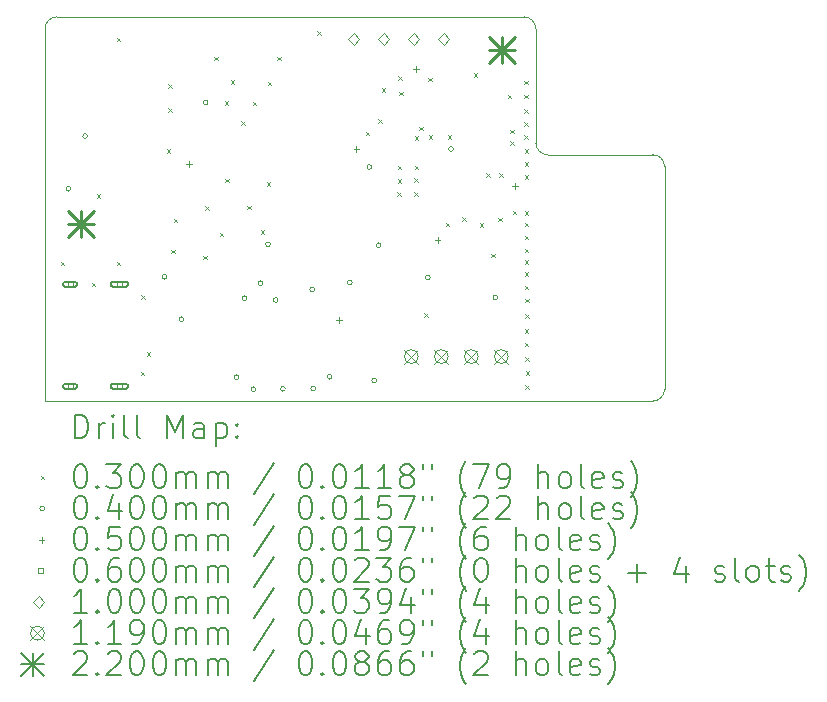
<source format=gbr>
%FSLAX45Y45*%
G04 Gerber Fmt 4.5, Leading zero omitted, Abs format (unit mm)*
G04 Created by KiCad (PCBNEW (6.0.1)) date 2023-03-02 19:10:51*
%MOMM*%
%LPD*%
G01*
G04 APERTURE LIST*
%TA.AperFunction,Profile*%
%ADD10C,0.100000*%
%TD*%
%ADD11C,0.200000*%
%ADD12C,0.030000*%
%ADD13C,0.040000*%
%ADD14C,0.050000*%
%ADD15C,0.060000*%
%ADD16C,0.100000*%
%ADD17C,0.119000*%
%ADD18C,0.220000*%
G04 APERTURE END LIST*
D10*
X12732711Y-8136000D02*
G75*
G03*
X12632711Y-8236000I0J-100000D01*
G01*
X16787000Y-9203000D02*
X16786000Y-8236000D01*
X17777000Y-11390000D02*
X12632500Y-11390000D01*
X12632500Y-11390000D02*
X12632711Y-8236000D01*
X17877000Y-11290000D02*
X17877000Y-9403000D01*
X12732711Y-8136000D02*
X16685000Y-8136000D01*
X17877000Y-9403000D02*
G75*
G03*
X17777000Y-9303000I-100000J0D01*
G01*
X17777000Y-11390000D02*
G75*
G03*
X17877000Y-11290000I0J100000D01*
G01*
X17777000Y-9303000D02*
X16887000Y-9303000D01*
X16787000Y-9203000D02*
G75*
G03*
X16887000Y-9303000I100000J0D01*
G01*
X16786000Y-8236000D02*
G75*
G03*
X16685000Y-8136000I-100005J0D01*
G01*
D11*
D12*
X12764000Y-10210000D02*
X12794000Y-10240000D01*
X12794000Y-10210000D02*
X12764000Y-10240000D01*
X13026000Y-10387000D02*
X13056000Y-10417000D01*
X13056000Y-10387000D02*
X13026000Y-10417000D01*
X13070000Y-9639450D02*
X13100000Y-9669450D01*
X13100000Y-9639450D02*
X13070000Y-9669450D01*
X13238000Y-8312000D02*
X13268000Y-8342000D01*
X13268000Y-8312000D02*
X13238000Y-8342000D01*
X13239000Y-10210000D02*
X13269000Y-10240000D01*
X13269000Y-10210000D02*
X13239000Y-10240000D01*
X13442000Y-11142000D02*
X13472000Y-11172000D01*
X13472000Y-11142000D02*
X13442000Y-11172000D01*
X13448000Y-10492000D02*
X13478000Y-10522000D01*
X13478000Y-10492000D02*
X13448000Y-10522000D01*
X13494000Y-10974000D02*
X13524000Y-11004000D01*
X13524000Y-10974000D02*
X13494000Y-11004000D01*
X13661000Y-9256000D02*
X13691000Y-9286000D01*
X13691000Y-9256000D02*
X13661000Y-9286000D01*
X13677000Y-8706000D02*
X13707000Y-8736000D01*
X13707000Y-8706000D02*
X13677000Y-8736000D01*
X13677000Y-8908000D02*
X13707000Y-8938000D01*
X13707000Y-8908000D02*
X13677000Y-8938000D01*
X13700000Y-10109450D02*
X13730000Y-10139450D01*
X13730000Y-10109450D02*
X13700000Y-10139450D01*
X13722000Y-9847000D02*
X13752000Y-9877000D01*
X13752000Y-9847000D02*
X13722000Y-9877000D01*
X13970000Y-10159000D02*
X14000000Y-10189000D01*
X14000000Y-10159000D02*
X13970000Y-10189000D01*
X13989000Y-9740000D02*
X14019000Y-9770000D01*
X14019000Y-9740000D02*
X13989000Y-9770000D01*
X14064000Y-8475000D02*
X14094000Y-8505000D01*
X14094000Y-8475000D02*
X14064000Y-8505000D01*
X14110000Y-9964000D02*
X14140000Y-9994000D01*
X14140000Y-9964000D02*
X14110000Y-9994000D01*
X14152000Y-8853000D02*
X14182000Y-8883000D01*
X14182000Y-8853000D02*
X14152000Y-8883000D01*
X14159000Y-9506000D02*
X14189000Y-9536000D01*
X14189000Y-9506000D02*
X14159000Y-9536000D01*
X14206000Y-8673000D02*
X14236000Y-8703000D01*
X14236000Y-8673000D02*
X14206000Y-8703000D01*
X14293000Y-9020000D02*
X14323000Y-9050000D01*
X14323000Y-9020000D02*
X14293000Y-9050000D01*
X14343000Y-9734000D02*
X14373000Y-9764000D01*
X14373000Y-9734000D02*
X14343000Y-9764000D01*
X14390000Y-8854000D02*
X14420000Y-8884000D01*
X14420000Y-8854000D02*
X14390000Y-8884000D01*
X14458000Y-9945000D02*
X14488000Y-9975000D01*
X14488000Y-9945000D02*
X14458000Y-9975000D01*
X14509000Y-9537000D02*
X14539000Y-9567000D01*
X14539000Y-9537000D02*
X14509000Y-9567000D01*
X14519000Y-8687000D02*
X14549000Y-8717000D01*
X14549000Y-8687000D02*
X14519000Y-8717000D01*
X14600000Y-8475000D02*
X14630000Y-8505000D01*
X14630000Y-8475000D02*
X14600000Y-8505000D01*
X14936000Y-8256000D02*
X14966000Y-8286000D01*
X14966000Y-8256000D02*
X14936000Y-8286000D01*
X15349000Y-9108000D02*
X15379000Y-9138000D01*
X15379000Y-9108000D02*
X15349000Y-9138000D01*
X15455000Y-9002000D02*
X15485000Y-9032000D01*
X15485000Y-9002000D02*
X15455000Y-9032000D01*
X15481000Y-8739000D02*
X15511000Y-8769000D01*
X15511000Y-8739000D02*
X15481000Y-8769000D01*
X15615000Y-9623000D02*
X15645000Y-9653000D01*
X15645000Y-9623000D02*
X15615000Y-9653000D01*
X15619000Y-9395000D02*
X15649000Y-9425000D01*
X15649000Y-9395000D02*
X15619000Y-9425000D01*
X15619000Y-9511000D02*
X15649000Y-9541000D01*
X15649000Y-9511000D02*
X15619000Y-9541000D01*
X15621000Y-8637000D02*
X15651000Y-8667000D01*
X15651000Y-8637000D02*
X15621000Y-8667000D01*
X15630000Y-8770000D02*
X15660000Y-8800000D01*
X15660000Y-8770000D02*
X15630000Y-8800000D01*
X15756000Y-9622000D02*
X15786000Y-9652000D01*
X15786000Y-9622000D02*
X15756000Y-9652000D01*
X15760000Y-9504000D02*
X15790000Y-9534000D01*
X15790000Y-9504000D02*
X15760000Y-9534000D01*
X15761000Y-9147000D02*
X15791000Y-9177000D01*
X15791000Y-9147000D02*
X15761000Y-9177000D01*
X15761000Y-9397000D02*
X15791000Y-9427000D01*
X15791000Y-9397000D02*
X15761000Y-9427000D01*
X15799000Y-9065000D02*
X15829000Y-9095000D01*
X15829000Y-9065000D02*
X15799000Y-9095000D01*
X15844000Y-10645000D02*
X15874000Y-10675000D01*
X15874000Y-10645000D02*
X15844000Y-10675000D01*
X15875000Y-8653000D02*
X15905000Y-8683000D01*
X15905000Y-8653000D02*
X15875000Y-8683000D01*
X15882000Y-9137000D02*
X15912000Y-9167000D01*
X15912000Y-9137000D02*
X15882000Y-9167000D01*
X16023000Y-9879000D02*
X16053000Y-9909000D01*
X16053000Y-9879000D02*
X16023000Y-9909000D01*
X16042000Y-9138000D02*
X16072000Y-9168000D01*
X16072000Y-9138000D02*
X16042000Y-9168000D01*
X16163000Y-9833000D02*
X16193000Y-9863000D01*
X16193000Y-9833000D02*
X16163000Y-9863000D01*
X16261000Y-8616000D02*
X16291000Y-8646000D01*
X16291000Y-8616000D02*
X16261000Y-8646000D01*
X16314000Y-9885000D02*
X16344000Y-9915000D01*
X16344000Y-9885000D02*
X16314000Y-9915000D01*
X16367000Y-9459000D02*
X16397000Y-9489000D01*
X16397000Y-9459000D02*
X16367000Y-9489000D01*
X16409000Y-10143000D02*
X16439000Y-10173000D01*
X16439000Y-10143000D02*
X16409000Y-10173000D01*
X16467000Y-9839000D02*
X16497000Y-9869000D01*
X16497000Y-9839000D02*
X16467000Y-9869000D01*
X16478000Y-9459000D02*
X16508000Y-9489000D01*
X16508000Y-9459000D02*
X16478000Y-9489000D01*
X16548000Y-8794000D02*
X16578000Y-8824000D01*
X16578000Y-8794000D02*
X16548000Y-8824000D01*
X16569000Y-9093000D02*
X16599000Y-9123000D01*
X16599000Y-9093000D02*
X16569000Y-9123000D01*
X16570000Y-9189000D02*
X16600000Y-9219000D01*
X16600000Y-9189000D02*
X16570000Y-9219000D01*
X16591000Y-9777000D02*
X16621000Y-9807000D01*
X16621000Y-9777000D02*
X16591000Y-9807000D01*
X16687000Y-8676000D02*
X16717000Y-8706000D01*
X16717000Y-8676000D02*
X16687000Y-8706000D01*
X16688000Y-8919000D02*
X16718000Y-8949000D01*
X16718000Y-8919000D02*
X16688000Y-8949000D01*
X16690000Y-8795000D02*
X16720000Y-8825000D01*
X16720000Y-8795000D02*
X16690000Y-8825000D01*
X16690000Y-9030000D02*
X16720000Y-9060000D01*
X16720000Y-9030000D02*
X16690000Y-9060000D01*
X16691000Y-9139000D02*
X16721000Y-9169000D01*
X16721000Y-9139000D02*
X16691000Y-9169000D01*
X16692000Y-9479000D02*
X16722000Y-9509000D01*
X16722000Y-9479000D02*
X16692000Y-9509000D01*
X16692000Y-9781000D02*
X16722000Y-9811000D01*
X16722000Y-9781000D02*
X16692000Y-9811000D01*
X16692000Y-10099000D02*
X16722000Y-10129000D01*
X16722000Y-10099000D02*
X16692000Y-10129000D01*
X16692000Y-10781000D02*
X16722000Y-10811000D01*
X16722000Y-10781000D02*
X16692000Y-10811000D01*
X16693000Y-9368000D02*
X16723000Y-9398000D01*
X16723000Y-9368000D02*
X16693000Y-9398000D01*
X16693000Y-10196000D02*
X16723000Y-10226000D01*
X16723000Y-10196000D02*
X16693000Y-10226000D01*
X16693000Y-10300000D02*
X16723000Y-10330000D01*
X16723000Y-10300000D02*
X16693000Y-10330000D01*
X16694000Y-9256000D02*
X16724000Y-9286000D01*
X16724000Y-9256000D02*
X16694000Y-9286000D01*
X16694000Y-9881000D02*
X16724000Y-9911000D01*
X16724000Y-9881000D02*
X16694000Y-9911000D01*
X16694000Y-9991000D02*
X16724000Y-10021000D01*
X16724000Y-9991000D02*
X16694000Y-10021000D01*
X16694000Y-10412000D02*
X16724000Y-10442000D01*
X16724000Y-10412000D02*
X16694000Y-10442000D01*
X16695000Y-10895000D02*
X16725000Y-10925000D01*
X16725000Y-10895000D02*
X16695000Y-10925000D01*
X16696000Y-10523000D02*
X16726000Y-10553000D01*
X16726000Y-10523000D02*
X16696000Y-10553000D01*
X16696000Y-10655000D02*
X16726000Y-10685000D01*
X16726000Y-10655000D02*
X16696000Y-10685000D01*
X16697000Y-11020000D02*
X16727000Y-11050000D01*
X16727000Y-11020000D02*
X16697000Y-11050000D01*
X16699000Y-11257000D02*
X16729000Y-11287000D01*
X16729000Y-11257000D02*
X16699000Y-11287000D01*
X16700000Y-11137000D02*
X16730000Y-11167000D01*
X16730000Y-11137000D02*
X16700000Y-11167000D01*
D13*
X12849000Y-9592000D02*
G75*
G03*
X12849000Y-9592000I-20000J0D01*
G01*
X12992000Y-9146000D02*
G75*
G03*
X12992000Y-9146000I-20000J0D01*
G01*
X13664000Y-10337000D02*
G75*
G03*
X13664000Y-10337000I-20000J0D01*
G01*
X13806000Y-10697000D02*
G75*
G03*
X13806000Y-10697000I-20000J0D01*
G01*
X14012000Y-8863000D02*
G75*
G03*
X14012000Y-8863000I-20000J0D01*
G01*
X14273000Y-11188000D02*
G75*
G03*
X14273000Y-11188000I-20000J0D01*
G01*
X14340000Y-10519000D02*
G75*
G03*
X14340000Y-10519000I-20000J0D01*
G01*
X14415000Y-11289000D02*
G75*
G03*
X14415000Y-11289000I-20000J0D01*
G01*
X14477000Y-10391000D02*
G75*
G03*
X14477000Y-10391000I-20000J0D01*
G01*
X14540000Y-10062000D02*
G75*
G03*
X14540000Y-10062000I-20000J0D01*
G01*
X14605000Y-10534000D02*
G75*
G03*
X14605000Y-10534000I-20000J0D01*
G01*
X14666000Y-11286000D02*
G75*
G03*
X14666000Y-11286000I-20000J0D01*
G01*
X14914000Y-10444000D02*
G75*
G03*
X14914000Y-10444000I-20000J0D01*
G01*
X14923000Y-11283000D02*
G75*
G03*
X14923000Y-11283000I-20000J0D01*
G01*
X15062000Y-11184000D02*
G75*
G03*
X15062000Y-11184000I-20000J0D01*
G01*
X15232000Y-10386000D02*
G75*
G03*
X15232000Y-10386000I-20000J0D01*
G01*
X15398000Y-9408000D02*
G75*
G03*
X15398000Y-9408000I-20000J0D01*
G01*
X15439000Y-11217000D02*
G75*
G03*
X15439000Y-11217000I-20000J0D01*
G01*
X15477000Y-10070000D02*
G75*
G03*
X15477000Y-10070000I-20000J0D01*
G01*
X15892000Y-10342000D02*
G75*
G03*
X15892000Y-10342000I-20000J0D01*
G01*
X16090000Y-9255000D02*
G75*
G03*
X16090000Y-9255000I-20000J0D01*
G01*
X16465000Y-10512000D02*
G75*
G03*
X16465000Y-10512000I-20000J0D01*
G01*
D14*
X13849000Y-9357000D02*
X13849000Y-9407000D01*
X13824000Y-9382000D02*
X13874000Y-9382000D01*
X15119000Y-10675000D02*
X15119000Y-10725000D01*
X15094000Y-10700000D02*
X15144000Y-10700000D01*
X15269000Y-9228000D02*
X15269000Y-9278000D01*
X15244000Y-9253000D02*
X15294000Y-9253000D01*
X15772000Y-8552000D02*
X15772000Y-8602000D01*
X15747000Y-8577000D02*
X15797000Y-8577000D01*
X15955000Y-10004000D02*
X15955000Y-10054000D01*
X15930000Y-10029000D02*
X15980000Y-10029000D01*
X16613000Y-9542000D02*
X16613000Y-9592000D01*
X16588000Y-9567000D02*
X16638000Y-9567000D01*
D15*
X12865213Y-10421213D02*
X12865213Y-10378787D01*
X12822787Y-10378787D01*
X12822787Y-10421213D01*
X12865213Y-10421213D01*
D11*
X12884000Y-10380000D02*
X12804000Y-10380000D01*
X12884000Y-10420000D02*
X12804000Y-10420000D01*
X12804000Y-10380000D02*
G75*
G03*
X12804000Y-10420000I0J-20000D01*
G01*
X12884000Y-10420000D02*
G75*
G03*
X12884000Y-10380000I0J20000D01*
G01*
D15*
X12865213Y-11285213D02*
X12865213Y-11242787D01*
X12822787Y-11242787D01*
X12822787Y-11285213D01*
X12865213Y-11285213D01*
D11*
X12884000Y-11244000D02*
X12804000Y-11244000D01*
X12884000Y-11284000D02*
X12804000Y-11284000D01*
X12804000Y-11244000D02*
G75*
G03*
X12804000Y-11284000I0J-20000D01*
G01*
X12884000Y-11284000D02*
G75*
G03*
X12884000Y-11244000I0J20000D01*
G01*
D15*
X13283213Y-10421213D02*
X13283213Y-10378787D01*
X13240787Y-10378787D01*
X13240787Y-10421213D01*
X13283213Y-10421213D01*
D11*
X13317000Y-10380000D02*
X13207000Y-10380000D01*
X13317000Y-10420000D02*
X13207000Y-10420000D01*
X13207000Y-10380000D02*
G75*
G03*
X13207000Y-10420000I0J-20000D01*
G01*
X13317000Y-10420000D02*
G75*
G03*
X13317000Y-10380000I0J20000D01*
G01*
D15*
X13283213Y-11285213D02*
X13283213Y-11242787D01*
X13240787Y-11242787D01*
X13240787Y-11285213D01*
X13283213Y-11285213D01*
D11*
X13317000Y-11244000D02*
X13207000Y-11244000D01*
X13317000Y-11284000D02*
X13207000Y-11284000D01*
X13207000Y-11244000D02*
G75*
G03*
X13207000Y-11284000I0J-20000D01*
G01*
X13317000Y-11284000D02*
G75*
G03*
X13317000Y-11244000I0J20000D01*
G01*
D16*
X15244000Y-8377000D02*
X15294000Y-8327000D01*
X15244000Y-8277000D01*
X15194000Y-8327000D01*
X15244000Y-8377000D01*
X15498000Y-8377000D02*
X15548000Y-8327000D01*
X15498000Y-8277000D01*
X15448000Y-8327000D01*
X15498000Y-8377000D01*
X15752000Y-8377000D02*
X15802000Y-8327000D01*
X15752000Y-8277000D01*
X15702000Y-8327000D01*
X15752000Y-8377000D01*
X16006000Y-8377000D02*
X16056000Y-8327000D01*
X16006000Y-8277000D01*
X15956000Y-8327000D01*
X16006000Y-8377000D01*
D17*
X15673500Y-10953500D02*
X15792500Y-11072500D01*
X15792500Y-10953500D02*
X15673500Y-11072500D01*
X15792500Y-11013000D02*
G75*
G03*
X15792500Y-11013000I-59500J0D01*
G01*
X15927500Y-10953500D02*
X16046500Y-11072500D01*
X16046500Y-10953500D02*
X15927500Y-11072500D01*
X16046500Y-11013000D02*
G75*
G03*
X16046500Y-11013000I-59500J0D01*
G01*
X16181500Y-10953500D02*
X16300500Y-11072500D01*
X16300500Y-10953500D02*
X16181500Y-11072500D01*
X16300500Y-11013000D02*
G75*
G03*
X16300500Y-11013000I-59500J0D01*
G01*
X16435500Y-10953500D02*
X16554500Y-11072500D01*
X16554500Y-10953500D02*
X16435500Y-11072500D01*
X16554500Y-11013000D02*
G75*
G03*
X16554500Y-11013000I-59500J0D01*
G01*
D18*
X12825000Y-9781000D02*
X13045000Y-10001000D01*
X13045000Y-9781000D02*
X12825000Y-10001000D01*
X12935000Y-9781000D02*
X12935000Y-10001000D01*
X12825000Y-9891000D02*
X13045000Y-9891000D01*
X16395000Y-8306000D02*
X16615000Y-8526000D01*
X16615000Y-8306000D02*
X16395000Y-8526000D01*
X16505000Y-8306000D02*
X16505000Y-8526000D01*
X16395000Y-8416000D02*
X16615000Y-8416000D01*
D11*
X12885119Y-11705476D02*
X12885119Y-11505476D01*
X12932738Y-11505476D01*
X12961309Y-11515000D01*
X12980357Y-11534048D01*
X12989881Y-11553095D01*
X12999405Y-11591190D01*
X12999405Y-11619762D01*
X12989881Y-11657857D01*
X12980357Y-11676905D01*
X12961309Y-11695952D01*
X12932738Y-11705476D01*
X12885119Y-11705476D01*
X13085119Y-11705476D02*
X13085119Y-11572143D01*
X13085119Y-11610238D02*
X13094643Y-11591190D01*
X13104167Y-11581667D01*
X13123214Y-11572143D01*
X13142262Y-11572143D01*
X13208928Y-11705476D02*
X13208928Y-11572143D01*
X13208928Y-11505476D02*
X13199405Y-11515000D01*
X13208928Y-11524524D01*
X13218452Y-11515000D01*
X13208928Y-11505476D01*
X13208928Y-11524524D01*
X13332738Y-11705476D02*
X13313690Y-11695952D01*
X13304167Y-11676905D01*
X13304167Y-11505476D01*
X13437500Y-11705476D02*
X13418452Y-11695952D01*
X13408928Y-11676905D01*
X13408928Y-11505476D01*
X13666071Y-11705476D02*
X13666071Y-11505476D01*
X13732738Y-11648333D01*
X13799405Y-11505476D01*
X13799405Y-11705476D01*
X13980357Y-11705476D02*
X13980357Y-11600714D01*
X13970833Y-11581667D01*
X13951786Y-11572143D01*
X13913690Y-11572143D01*
X13894643Y-11581667D01*
X13980357Y-11695952D02*
X13961309Y-11705476D01*
X13913690Y-11705476D01*
X13894643Y-11695952D01*
X13885119Y-11676905D01*
X13885119Y-11657857D01*
X13894643Y-11638809D01*
X13913690Y-11629286D01*
X13961309Y-11629286D01*
X13980357Y-11619762D01*
X14075595Y-11572143D02*
X14075595Y-11772143D01*
X14075595Y-11581667D02*
X14094643Y-11572143D01*
X14132738Y-11572143D01*
X14151786Y-11581667D01*
X14161309Y-11591190D01*
X14170833Y-11610238D01*
X14170833Y-11667381D01*
X14161309Y-11686428D01*
X14151786Y-11695952D01*
X14132738Y-11705476D01*
X14094643Y-11705476D01*
X14075595Y-11695952D01*
X14256548Y-11686428D02*
X14266071Y-11695952D01*
X14256548Y-11705476D01*
X14247024Y-11695952D01*
X14256548Y-11686428D01*
X14256548Y-11705476D01*
X14256548Y-11581667D02*
X14266071Y-11591190D01*
X14256548Y-11600714D01*
X14247024Y-11591190D01*
X14256548Y-11581667D01*
X14256548Y-11600714D01*
D12*
X12597500Y-12020000D02*
X12627500Y-12050000D01*
X12627500Y-12020000D02*
X12597500Y-12050000D01*
D11*
X12923214Y-11925476D02*
X12942262Y-11925476D01*
X12961309Y-11935000D01*
X12970833Y-11944524D01*
X12980357Y-11963571D01*
X12989881Y-12001667D01*
X12989881Y-12049286D01*
X12980357Y-12087381D01*
X12970833Y-12106428D01*
X12961309Y-12115952D01*
X12942262Y-12125476D01*
X12923214Y-12125476D01*
X12904167Y-12115952D01*
X12894643Y-12106428D01*
X12885119Y-12087381D01*
X12875595Y-12049286D01*
X12875595Y-12001667D01*
X12885119Y-11963571D01*
X12894643Y-11944524D01*
X12904167Y-11935000D01*
X12923214Y-11925476D01*
X13075595Y-12106428D02*
X13085119Y-12115952D01*
X13075595Y-12125476D01*
X13066071Y-12115952D01*
X13075595Y-12106428D01*
X13075595Y-12125476D01*
X13151786Y-11925476D02*
X13275595Y-11925476D01*
X13208928Y-12001667D01*
X13237500Y-12001667D01*
X13256548Y-12011190D01*
X13266071Y-12020714D01*
X13275595Y-12039762D01*
X13275595Y-12087381D01*
X13266071Y-12106428D01*
X13256548Y-12115952D01*
X13237500Y-12125476D01*
X13180357Y-12125476D01*
X13161309Y-12115952D01*
X13151786Y-12106428D01*
X13399405Y-11925476D02*
X13418452Y-11925476D01*
X13437500Y-11935000D01*
X13447024Y-11944524D01*
X13456548Y-11963571D01*
X13466071Y-12001667D01*
X13466071Y-12049286D01*
X13456548Y-12087381D01*
X13447024Y-12106428D01*
X13437500Y-12115952D01*
X13418452Y-12125476D01*
X13399405Y-12125476D01*
X13380357Y-12115952D01*
X13370833Y-12106428D01*
X13361309Y-12087381D01*
X13351786Y-12049286D01*
X13351786Y-12001667D01*
X13361309Y-11963571D01*
X13370833Y-11944524D01*
X13380357Y-11935000D01*
X13399405Y-11925476D01*
X13589881Y-11925476D02*
X13608928Y-11925476D01*
X13627976Y-11935000D01*
X13637500Y-11944524D01*
X13647024Y-11963571D01*
X13656548Y-12001667D01*
X13656548Y-12049286D01*
X13647024Y-12087381D01*
X13637500Y-12106428D01*
X13627976Y-12115952D01*
X13608928Y-12125476D01*
X13589881Y-12125476D01*
X13570833Y-12115952D01*
X13561309Y-12106428D01*
X13551786Y-12087381D01*
X13542262Y-12049286D01*
X13542262Y-12001667D01*
X13551786Y-11963571D01*
X13561309Y-11944524D01*
X13570833Y-11935000D01*
X13589881Y-11925476D01*
X13742262Y-12125476D02*
X13742262Y-11992143D01*
X13742262Y-12011190D02*
X13751786Y-12001667D01*
X13770833Y-11992143D01*
X13799405Y-11992143D01*
X13818452Y-12001667D01*
X13827976Y-12020714D01*
X13827976Y-12125476D01*
X13827976Y-12020714D02*
X13837500Y-12001667D01*
X13856548Y-11992143D01*
X13885119Y-11992143D01*
X13904167Y-12001667D01*
X13913690Y-12020714D01*
X13913690Y-12125476D01*
X14008928Y-12125476D02*
X14008928Y-11992143D01*
X14008928Y-12011190D02*
X14018452Y-12001667D01*
X14037500Y-11992143D01*
X14066071Y-11992143D01*
X14085119Y-12001667D01*
X14094643Y-12020714D01*
X14094643Y-12125476D01*
X14094643Y-12020714D02*
X14104167Y-12001667D01*
X14123214Y-11992143D01*
X14151786Y-11992143D01*
X14170833Y-12001667D01*
X14180357Y-12020714D01*
X14180357Y-12125476D01*
X14570833Y-11915952D02*
X14399405Y-12173095D01*
X14827976Y-11925476D02*
X14847024Y-11925476D01*
X14866071Y-11935000D01*
X14875595Y-11944524D01*
X14885119Y-11963571D01*
X14894643Y-12001667D01*
X14894643Y-12049286D01*
X14885119Y-12087381D01*
X14875595Y-12106428D01*
X14866071Y-12115952D01*
X14847024Y-12125476D01*
X14827976Y-12125476D01*
X14808928Y-12115952D01*
X14799405Y-12106428D01*
X14789881Y-12087381D01*
X14780357Y-12049286D01*
X14780357Y-12001667D01*
X14789881Y-11963571D01*
X14799405Y-11944524D01*
X14808928Y-11935000D01*
X14827976Y-11925476D01*
X14980357Y-12106428D02*
X14989881Y-12115952D01*
X14980357Y-12125476D01*
X14970833Y-12115952D01*
X14980357Y-12106428D01*
X14980357Y-12125476D01*
X15113690Y-11925476D02*
X15132738Y-11925476D01*
X15151786Y-11935000D01*
X15161309Y-11944524D01*
X15170833Y-11963571D01*
X15180357Y-12001667D01*
X15180357Y-12049286D01*
X15170833Y-12087381D01*
X15161309Y-12106428D01*
X15151786Y-12115952D01*
X15132738Y-12125476D01*
X15113690Y-12125476D01*
X15094643Y-12115952D01*
X15085119Y-12106428D01*
X15075595Y-12087381D01*
X15066071Y-12049286D01*
X15066071Y-12001667D01*
X15075595Y-11963571D01*
X15085119Y-11944524D01*
X15094643Y-11935000D01*
X15113690Y-11925476D01*
X15370833Y-12125476D02*
X15256548Y-12125476D01*
X15313690Y-12125476D02*
X15313690Y-11925476D01*
X15294643Y-11954048D01*
X15275595Y-11973095D01*
X15256548Y-11982619D01*
X15561309Y-12125476D02*
X15447024Y-12125476D01*
X15504167Y-12125476D02*
X15504167Y-11925476D01*
X15485119Y-11954048D01*
X15466071Y-11973095D01*
X15447024Y-11982619D01*
X15675595Y-12011190D02*
X15656548Y-12001667D01*
X15647024Y-11992143D01*
X15637500Y-11973095D01*
X15637500Y-11963571D01*
X15647024Y-11944524D01*
X15656548Y-11935000D01*
X15675595Y-11925476D01*
X15713690Y-11925476D01*
X15732738Y-11935000D01*
X15742262Y-11944524D01*
X15751786Y-11963571D01*
X15751786Y-11973095D01*
X15742262Y-11992143D01*
X15732738Y-12001667D01*
X15713690Y-12011190D01*
X15675595Y-12011190D01*
X15656548Y-12020714D01*
X15647024Y-12030238D01*
X15637500Y-12049286D01*
X15637500Y-12087381D01*
X15647024Y-12106428D01*
X15656548Y-12115952D01*
X15675595Y-12125476D01*
X15713690Y-12125476D01*
X15732738Y-12115952D01*
X15742262Y-12106428D01*
X15751786Y-12087381D01*
X15751786Y-12049286D01*
X15742262Y-12030238D01*
X15732738Y-12020714D01*
X15713690Y-12011190D01*
X15827976Y-11925476D02*
X15827976Y-11963571D01*
X15904167Y-11925476D02*
X15904167Y-11963571D01*
X16199405Y-12201667D02*
X16189881Y-12192143D01*
X16170833Y-12163571D01*
X16161309Y-12144524D01*
X16151786Y-12115952D01*
X16142262Y-12068333D01*
X16142262Y-12030238D01*
X16151786Y-11982619D01*
X16161309Y-11954048D01*
X16170833Y-11935000D01*
X16189881Y-11906428D01*
X16199405Y-11896905D01*
X16256548Y-11925476D02*
X16389881Y-11925476D01*
X16304167Y-12125476D01*
X16475595Y-12125476D02*
X16513690Y-12125476D01*
X16532738Y-12115952D01*
X16542262Y-12106428D01*
X16561309Y-12077857D01*
X16570833Y-12039762D01*
X16570833Y-11963571D01*
X16561309Y-11944524D01*
X16551786Y-11935000D01*
X16532738Y-11925476D01*
X16494643Y-11925476D01*
X16475595Y-11935000D01*
X16466071Y-11944524D01*
X16456548Y-11963571D01*
X16456548Y-12011190D01*
X16466071Y-12030238D01*
X16475595Y-12039762D01*
X16494643Y-12049286D01*
X16532738Y-12049286D01*
X16551786Y-12039762D01*
X16561309Y-12030238D01*
X16570833Y-12011190D01*
X16808929Y-12125476D02*
X16808929Y-11925476D01*
X16894643Y-12125476D02*
X16894643Y-12020714D01*
X16885119Y-12001667D01*
X16866071Y-11992143D01*
X16837500Y-11992143D01*
X16818452Y-12001667D01*
X16808929Y-12011190D01*
X17018452Y-12125476D02*
X16999405Y-12115952D01*
X16989881Y-12106428D01*
X16980357Y-12087381D01*
X16980357Y-12030238D01*
X16989881Y-12011190D01*
X16999405Y-12001667D01*
X17018452Y-11992143D01*
X17047024Y-11992143D01*
X17066071Y-12001667D01*
X17075595Y-12011190D01*
X17085119Y-12030238D01*
X17085119Y-12087381D01*
X17075595Y-12106428D01*
X17066071Y-12115952D01*
X17047024Y-12125476D01*
X17018452Y-12125476D01*
X17199405Y-12125476D02*
X17180357Y-12115952D01*
X17170833Y-12096905D01*
X17170833Y-11925476D01*
X17351786Y-12115952D02*
X17332738Y-12125476D01*
X17294643Y-12125476D01*
X17275595Y-12115952D01*
X17266071Y-12096905D01*
X17266071Y-12020714D01*
X17275595Y-12001667D01*
X17294643Y-11992143D01*
X17332738Y-11992143D01*
X17351786Y-12001667D01*
X17361310Y-12020714D01*
X17361310Y-12039762D01*
X17266071Y-12058809D01*
X17437500Y-12115952D02*
X17456548Y-12125476D01*
X17494643Y-12125476D01*
X17513690Y-12115952D01*
X17523214Y-12096905D01*
X17523214Y-12087381D01*
X17513690Y-12068333D01*
X17494643Y-12058809D01*
X17466071Y-12058809D01*
X17447024Y-12049286D01*
X17437500Y-12030238D01*
X17437500Y-12020714D01*
X17447024Y-12001667D01*
X17466071Y-11992143D01*
X17494643Y-11992143D01*
X17513690Y-12001667D01*
X17589881Y-12201667D02*
X17599405Y-12192143D01*
X17618452Y-12163571D01*
X17627976Y-12144524D01*
X17637500Y-12115952D01*
X17647024Y-12068333D01*
X17647024Y-12030238D01*
X17637500Y-11982619D01*
X17627976Y-11954048D01*
X17618452Y-11935000D01*
X17599405Y-11906428D01*
X17589881Y-11896905D01*
D13*
X12627500Y-12299000D02*
G75*
G03*
X12627500Y-12299000I-20000J0D01*
G01*
D11*
X12923214Y-12189476D02*
X12942262Y-12189476D01*
X12961309Y-12199000D01*
X12970833Y-12208524D01*
X12980357Y-12227571D01*
X12989881Y-12265667D01*
X12989881Y-12313286D01*
X12980357Y-12351381D01*
X12970833Y-12370428D01*
X12961309Y-12379952D01*
X12942262Y-12389476D01*
X12923214Y-12389476D01*
X12904167Y-12379952D01*
X12894643Y-12370428D01*
X12885119Y-12351381D01*
X12875595Y-12313286D01*
X12875595Y-12265667D01*
X12885119Y-12227571D01*
X12894643Y-12208524D01*
X12904167Y-12199000D01*
X12923214Y-12189476D01*
X13075595Y-12370428D02*
X13085119Y-12379952D01*
X13075595Y-12389476D01*
X13066071Y-12379952D01*
X13075595Y-12370428D01*
X13075595Y-12389476D01*
X13256548Y-12256143D02*
X13256548Y-12389476D01*
X13208928Y-12179952D02*
X13161309Y-12322809D01*
X13285119Y-12322809D01*
X13399405Y-12189476D02*
X13418452Y-12189476D01*
X13437500Y-12199000D01*
X13447024Y-12208524D01*
X13456548Y-12227571D01*
X13466071Y-12265667D01*
X13466071Y-12313286D01*
X13456548Y-12351381D01*
X13447024Y-12370428D01*
X13437500Y-12379952D01*
X13418452Y-12389476D01*
X13399405Y-12389476D01*
X13380357Y-12379952D01*
X13370833Y-12370428D01*
X13361309Y-12351381D01*
X13351786Y-12313286D01*
X13351786Y-12265667D01*
X13361309Y-12227571D01*
X13370833Y-12208524D01*
X13380357Y-12199000D01*
X13399405Y-12189476D01*
X13589881Y-12189476D02*
X13608928Y-12189476D01*
X13627976Y-12199000D01*
X13637500Y-12208524D01*
X13647024Y-12227571D01*
X13656548Y-12265667D01*
X13656548Y-12313286D01*
X13647024Y-12351381D01*
X13637500Y-12370428D01*
X13627976Y-12379952D01*
X13608928Y-12389476D01*
X13589881Y-12389476D01*
X13570833Y-12379952D01*
X13561309Y-12370428D01*
X13551786Y-12351381D01*
X13542262Y-12313286D01*
X13542262Y-12265667D01*
X13551786Y-12227571D01*
X13561309Y-12208524D01*
X13570833Y-12199000D01*
X13589881Y-12189476D01*
X13742262Y-12389476D02*
X13742262Y-12256143D01*
X13742262Y-12275190D02*
X13751786Y-12265667D01*
X13770833Y-12256143D01*
X13799405Y-12256143D01*
X13818452Y-12265667D01*
X13827976Y-12284714D01*
X13827976Y-12389476D01*
X13827976Y-12284714D02*
X13837500Y-12265667D01*
X13856548Y-12256143D01*
X13885119Y-12256143D01*
X13904167Y-12265667D01*
X13913690Y-12284714D01*
X13913690Y-12389476D01*
X14008928Y-12389476D02*
X14008928Y-12256143D01*
X14008928Y-12275190D02*
X14018452Y-12265667D01*
X14037500Y-12256143D01*
X14066071Y-12256143D01*
X14085119Y-12265667D01*
X14094643Y-12284714D01*
X14094643Y-12389476D01*
X14094643Y-12284714D02*
X14104167Y-12265667D01*
X14123214Y-12256143D01*
X14151786Y-12256143D01*
X14170833Y-12265667D01*
X14180357Y-12284714D01*
X14180357Y-12389476D01*
X14570833Y-12179952D02*
X14399405Y-12437095D01*
X14827976Y-12189476D02*
X14847024Y-12189476D01*
X14866071Y-12199000D01*
X14875595Y-12208524D01*
X14885119Y-12227571D01*
X14894643Y-12265667D01*
X14894643Y-12313286D01*
X14885119Y-12351381D01*
X14875595Y-12370428D01*
X14866071Y-12379952D01*
X14847024Y-12389476D01*
X14827976Y-12389476D01*
X14808928Y-12379952D01*
X14799405Y-12370428D01*
X14789881Y-12351381D01*
X14780357Y-12313286D01*
X14780357Y-12265667D01*
X14789881Y-12227571D01*
X14799405Y-12208524D01*
X14808928Y-12199000D01*
X14827976Y-12189476D01*
X14980357Y-12370428D02*
X14989881Y-12379952D01*
X14980357Y-12389476D01*
X14970833Y-12379952D01*
X14980357Y-12370428D01*
X14980357Y-12389476D01*
X15113690Y-12189476D02*
X15132738Y-12189476D01*
X15151786Y-12199000D01*
X15161309Y-12208524D01*
X15170833Y-12227571D01*
X15180357Y-12265667D01*
X15180357Y-12313286D01*
X15170833Y-12351381D01*
X15161309Y-12370428D01*
X15151786Y-12379952D01*
X15132738Y-12389476D01*
X15113690Y-12389476D01*
X15094643Y-12379952D01*
X15085119Y-12370428D01*
X15075595Y-12351381D01*
X15066071Y-12313286D01*
X15066071Y-12265667D01*
X15075595Y-12227571D01*
X15085119Y-12208524D01*
X15094643Y-12199000D01*
X15113690Y-12189476D01*
X15370833Y-12389476D02*
X15256548Y-12389476D01*
X15313690Y-12389476D02*
X15313690Y-12189476D01*
X15294643Y-12218048D01*
X15275595Y-12237095D01*
X15256548Y-12246619D01*
X15551786Y-12189476D02*
X15456548Y-12189476D01*
X15447024Y-12284714D01*
X15456548Y-12275190D01*
X15475595Y-12265667D01*
X15523214Y-12265667D01*
X15542262Y-12275190D01*
X15551786Y-12284714D01*
X15561309Y-12303762D01*
X15561309Y-12351381D01*
X15551786Y-12370428D01*
X15542262Y-12379952D01*
X15523214Y-12389476D01*
X15475595Y-12389476D01*
X15456548Y-12379952D01*
X15447024Y-12370428D01*
X15627976Y-12189476D02*
X15761309Y-12189476D01*
X15675595Y-12389476D01*
X15827976Y-12189476D02*
X15827976Y-12227571D01*
X15904167Y-12189476D02*
X15904167Y-12227571D01*
X16199405Y-12465667D02*
X16189881Y-12456143D01*
X16170833Y-12427571D01*
X16161309Y-12408524D01*
X16151786Y-12379952D01*
X16142262Y-12332333D01*
X16142262Y-12294238D01*
X16151786Y-12246619D01*
X16161309Y-12218048D01*
X16170833Y-12199000D01*
X16189881Y-12170428D01*
X16199405Y-12160905D01*
X16266071Y-12208524D02*
X16275595Y-12199000D01*
X16294643Y-12189476D01*
X16342262Y-12189476D01*
X16361309Y-12199000D01*
X16370833Y-12208524D01*
X16380357Y-12227571D01*
X16380357Y-12246619D01*
X16370833Y-12275190D01*
X16256548Y-12389476D01*
X16380357Y-12389476D01*
X16456548Y-12208524D02*
X16466071Y-12199000D01*
X16485119Y-12189476D01*
X16532738Y-12189476D01*
X16551786Y-12199000D01*
X16561309Y-12208524D01*
X16570833Y-12227571D01*
X16570833Y-12246619D01*
X16561309Y-12275190D01*
X16447024Y-12389476D01*
X16570833Y-12389476D01*
X16808929Y-12389476D02*
X16808929Y-12189476D01*
X16894643Y-12389476D02*
X16894643Y-12284714D01*
X16885119Y-12265667D01*
X16866071Y-12256143D01*
X16837500Y-12256143D01*
X16818452Y-12265667D01*
X16808929Y-12275190D01*
X17018452Y-12389476D02*
X16999405Y-12379952D01*
X16989881Y-12370428D01*
X16980357Y-12351381D01*
X16980357Y-12294238D01*
X16989881Y-12275190D01*
X16999405Y-12265667D01*
X17018452Y-12256143D01*
X17047024Y-12256143D01*
X17066071Y-12265667D01*
X17075595Y-12275190D01*
X17085119Y-12294238D01*
X17085119Y-12351381D01*
X17075595Y-12370428D01*
X17066071Y-12379952D01*
X17047024Y-12389476D01*
X17018452Y-12389476D01*
X17199405Y-12389476D02*
X17180357Y-12379952D01*
X17170833Y-12360905D01*
X17170833Y-12189476D01*
X17351786Y-12379952D02*
X17332738Y-12389476D01*
X17294643Y-12389476D01*
X17275595Y-12379952D01*
X17266071Y-12360905D01*
X17266071Y-12284714D01*
X17275595Y-12265667D01*
X17294643Y-12256143D01*
X17332738Y-12256143D01*
X17351786Y-12265667D01*
X17361310Y-12284714D01*
X17361310Y-12303762D01*
X17266071Y-12322809D01*
X17437500Y-12379952D02*
X17456548Y-12389476D01*
X17494643Y-12389476D01*
X17513690Y-12379952D01*
X17523214Y-12360905D01*
X17523214Y-12351381D01*
X17513690Y-12332333D01*
X17494643Y-12322809D01*
X17466071Y-12322809D01*
X17447024Y-12313286D01*
X17437500Y-12294238D01*
X17437500Y-12284714D01*
X17447024Y-12265667D01*
X17466071Y-12256143D01*
X17494643Y-12256143D01*
X17513690Y-12265667D01*
X17589881Y-12465667D02*
X17599405Y-12456143D01*
X17618452Y-12427571D01*
X17627976Y-12408524D01*
X17637500Y-12379952D01*
X17647024Y-12332333D01*
X17647024Y-12294238D01*
X17637500Y-12246619D01*
X17627976Y-12218048D01*
X17618452Y-12199000D01*
X17599405Y-12170428D01*
X17589881Y-12160905D01*
D14*
X12602500Y-12538000D02*
X12602500Y-12588000D01*
X12577500Y-12563000D02*
X12627500Y-12563000D01*
D11*
X12923214Y-12453476D02*
X12942262Y-12453476D01*
X12961309Y-12463000D01*
X12970833Y-12472524D01*
X12980357Y-12491571D01*
X12989881Y-12529667D01*
X12989881Y-12577286D01*
X12980357Y-12615381D01*
X12970833Y-12634428D01*
X12961309Y-12643952D01*
X12942262Y-12653476D01*
X12923214Y-12653476D01*
X12904167Y-12643952D01*
X12894643Y-12634428D01*
X12885119Y-12615381D01*
X12875595Y-12577286D01*
X12875595Y-12529667D01*
X12885119Y-12491571D01*
X12894643Y-12472524D01*
X12904167Y-12463000D01*
X12923214Y-12453476D01*
X13075595Y-12634428D02*
X13085119Y-12643952D01*
X13075595Y-12653476D01*
X13066071Y-12643952D01*
X13075595Y-12634428D01*
X13075595Y-12653476D01*
X13266071Y-12453476D02*
X13170833Y-12453476D01*
X13161309Y-12548714D01*
X13170833Y-12539190D01*
X13189881Y-12529667D01*
X13237500Y-12529667D01*
X13256548Y-12539190D01*
X13266071Y-12548714D01*
X13275595Y-12567762D01*
X13275595Y-12615381D01*
X13266071Y-12634428D01*
X13256548Y-12643952D01*
X13237500Y-12653476D01*
X13189881Y-12653476D01*
X13170833Y-12643952D01*
X13161309Y-12634428D01*
X13399405Y-12453476D02*
X13418452Y-12453476D01*
X13437500Y-12463000D01*
X13447024Y-12472524D01*
X13456548Y-12491571D01*
X13466071Y-12529667D01*
X13466071Y-12577286D01*
X13456548Y-12615381D01*
X13447024Y-12634428D01*
X13437500Y-12643952D01*
X13418452Y-12653476D01*
X13399405Y-12653476D01*
X13380357Y-12643952D01*
X13370833Y-12634428D01*
X13361309Y-12615381D01*
X13351786Y-12577286D01*
X13351786Y-12529667D01*
X13361309Y-12491571D01*
X13370833Y-12472524D01*
X13380357Y-12463000D01*
X13399405Y-12453476D01*
X13589881Y-12453476D02*
X13608928Y-12453476D01*
X13627976Y-12463000D01*
X13637500Y-12472524D01*
X13647024Y-12491571D01*
X13656548Y-12529667D01*
X13656548Y-12577286D01*
X13647024Y-12615381D01*
X13637500Y-12634428D01*
X13627976Y-12643952D01*
X13608928Y-12653476D01*
X13589881Y-12653476D01*
X13570833Y-12643952D01*
X13561309Y-12634428D01*
X13551786Y-12615381D01*
X13542262Y-12577286D01*
X13542262Y-12529667D01*
X13551786Y-12491571D01*
X13561309Y-12472524D01*
X13570833Y-12463000D01*
X13589881Y-12453476D01*
X13742262Y-12653476D02*
X13742262Y-12520143D01*
X13742262Y-12539190D02*
X13751786Y-12529667D01*
X13770833Y-12520143D01*
X13799405Y-12520143D01*
X13818452Y-12529667D01*
X13827976Y-12548714D01*
X13827976Y-12653476D01*
X13827976Y-12548714D02*
X13837500Y-12529667D01*
X13856548Y-12520143D01*
X13885119Y-12520143D01*
X13904167Y-12529667D01*
X13913690Y-12548714D01*
X13913690Y-12653476D01*
X14008928Y-12653476D02*
X14008928Y-12520143D01*
X14008928Y-12539190D02*
X14018452Y-12529667D01*
X14037500Y-12520143D01*
X14066071Y-12520143D01*
X14085119Y-12529667D01*
X14094643Y-12548714D01*
X14094643Y-12653476D01*
X14094643Y-12548714D02*
X14104167Y-12529667D01*
X14123214Y-12520143D01*
X14151786Y-12520143D01*
X14170833Y-12529667D01*
X14180357Y-12548714D01*
X14180357Y-12653476D01*
X14570833Y-12443952D02*
X14399405Y-12701095D01*
X14827976Y-12453476D02*
X14847024Y-12453476D01*
X14866071Y-12463000D01*
X14875595Y-12472524D01*
X14885119Y-12491571D01*
X14894643Y-12529667D01*
X14894643Y-12577286D01*
X14885119Y-12615381D01*
X14875595Y-12634428D01*
X14866071Y-12643952D01*
X14847024Y-12653476D01*
X14827976Y-12653476D01*
X14808928Y-12643952D01*
X14799405Y-12634428D01*
X14789881Y-12615381D01*
X14780357Y-12577286D01*
X14780357Y-12529667D01*
X14789881Y-12491571D01*
X14799405Y-12472524D01*
X14808928Y-12463000D01*
X14827976Y-12453476D01*
X14980357Y-12634428D02*
X14989881Y-12643952D01*
X14980357Y-12653476D01*
X14970833Y-12643952D01*
X14980357Y-12634428D01*
X14980357Y-12653476D01*
X15113690Y-12453476D02*
X15132738Y-12453476D01*
X15151786Y-12463000D01*
X15161309Y-12472524D01*
X15170833Y-12491571D01*
X15180357Y-12529667D01*
X15180357Y-12577286D01*
X15170833Y-12615381D01*
X15161309Y-12634428D01*
X15151786Y-12643952D01*
X15132738Y-12653476D01*
X15113690Y-12653476D01*
X15094643Y-12643952D01*
X15085119Y-12634428D01*
X15075595Y-12615381D01*
X15066071Y-12577286D01*
X15066071Y-12529667D01*
X15075595Y-12491571D01*
X15085119Y-12472524D01*
X15094643Y-12463000D01*
X15113690Y-12453476D01*
X15370833Y-12653476D02*
X15256548Y-12653476D01*
X15313690Y-12653476D02*
X15313690Y-12453476D01*
X15294643Y-12482048D01*
X15275595Y-12501095D01*
X15256548Y-12510619D01*
X15466071Y-12653476D02*
X15504167Y-12653476D01*
X15523214Y-12643952D01*
X15532738Y-12634428D01*
X15551786Y-12605857D01*
X15561309Y-12567762D01*
X15561309Y-12491571D01*
X15551786Y-12472524D01*
X15542262Y-12463000D01*
X15523214Y-12453476D01*
X15485119Y-12453476D01*
X15466071Y-12463000D01*
X15456548Y-12472524D01*
X15447024Y-12491571D01*
X15447024Y-12539190D01*
X15456548Y-12558238D01*
X15466071Y-12567762D01*
X15485119Y-12577286D01*
X15523214Y-12577286D01*
X15542262Y-12567762D01*
X15551786Y-12558238D01*
X15561309Y-12539190D01*
X15627976Y-12453476D02*
X15761309Y-12453476D01*
X15675595Y-12653476D01*
X15827976Y-12453476D02*
X15827976Y-12491571D01*
X15904167Y-12453476D02*
X15904167Y-12491571D01*
X16199405Y-12729667D02*
X16189881Y-12720143D01*
X16170833Y-12691571D01*
X16161309Y-12672524D01*
X16151786Y-12643952D01*
X16142262Y-12596333D01*
X16142262Y-12558238D01*
X16151786Y-12510619D01*
X16161309Y-12482048D01*
X16170833Y-12463000D01*
X16189881Y-12434428D01*
X16199405Y-12424905D01*
X16361309Y-12453476D02*
X16323214Y-12453476D01*
X16304167Y-12463000D01*
X16294643Y-12472524D01*
X16275595Y-12501095D01*
X16266071Y-12539190D01*
X16266071Y-12615381D01*
X16275595Y-12634428D01*
X16285119Y-12643952D01*
X16304167Y-12653476D01*
X16342262Y-12653476D01*
X16361309Y-12643952D01*
X16370833Y-12634428D01*
X16380357Y-12615381D01*
X16380357Y-12567762D01*
X16370833Y-12548714D01*
X16361309Y-12539190D01*
X16342262Y-12529667D01*
X16304167Y-12529667D01*
X16285119Y-12539190D01*
X16275595Y-12548714D01*
X16266071Y-12567762D01*
X16618452Y-12653476D02*
X16618452Y-12453476D01*
X16704167Y-12653476D02*
X16704167Y-12548714D01*
X16694643Y-12529667D01*
X16675595Y-12520143D01*
X16647024Y-12520143D01*
X16627976Y-12529667D01*
X16618452Y-12539190D01*
X16827976Y-12653476D02*
X16808929Y-12643952D01*
X16799405Y-12634428D01*
X16789881Y-12615381D01*
X16789881Y-12558238D01*
X16799405Y-12539190D01*
X16808929Y-12529667D01*
X16827976Y-12520143D01*
X16856548Y-12520143D01*
X16875595Y-12529667D01*
X16885119Y-12539190D01*
X16894643Y-12558238D01*
X16894643Y-12615381D01*
X16885119Y-12634428D01*
X16875595Y-12643952D01*
X16856548Y-12653476D01*
X16827976Y-12653476D01*
X17008929Y-12653476D02*
X16989881Y-12643952D01*
X16980357Y-12624905D01*
X16980357Y-12453476D01*
X17161310Y-12643952D02*
X17142262Y-12653476D01*
X17104167Y-12653476D01*
X17085119Y-12643952D01*
X17075595Y-12624905D01*
X17075595Y-12548714D01*
X17085119Y-12529667D01*
X17104167Y-12520143D01*
X17142262Y-12520143D01*
X17161310Y-12529667D01*
X17170833Y-12548714D01*
X17170833Y-12567762D01*
X17075595Y-12586809D01*
X17247024Y-12643952D02*
X17266071Y-12653476D01*
X17304167Y-12653476D01*
X17323214Y-12643952D01*
X17332738Y-12624905D01*
X17332738Y-12615381D01*
X17323214Y-12596333D01*
X17304167Y-12586809D01*
X17275595Y-12586809D01*
X17256548Y-12577286D01*
X17247024Y-12558238D01*
X17247024Y-12548714D01*
X17256548Y-12529667D01*
X17275595Y-12520143D01*
X17304167Y-12520143D01*
X17323214Y-12529667D01*
X17399405Y-12729667D02*
X17408929Y-12720143D01*
X17427976Y-12691571D01*
X17437500Y-12672524D01*
X17447024Y-12643952D01*
X17456548Y-12596333D01*
X17456548Y-12558238D01*
X17447024Y-12510619D01*
X17437500Y-12482048D01*
X17427976Y-12463000D01*
X17408929Y-12434428D01*
X17399405Y-12424905D01*
D15*
X12618713Y-12848213D02*
X12618713Y-12805787D01*
X12576287Y-12805787D01*
X12576287Y-12848213D01*
X12618713Y-12848213D01*
D11*
X12923214Y-12717476D02*
X12942262Y-12717476D01*
X12961309Y-12727000D01*
X12970833Y-12736524D01*
X12980357Y-12755571D01*
X12989881Y-12793667D01*
X12989881Y-12841286D01*
X12980357Y-12879381D01*
X12970833Y-12898428D01*
X12961309Y-12907952D01*
X12942262Y-12917476D01*
X12923214Y-12917476D01*
X12904167Y-12907952D01*
X12894643Y-12898428D01*
X12885119Y-12879381D01*
X12875595Y-12841286D01*
X12875595Y-12793667D01*
X12885119Y-12755571D01*
X12894643Y-12736524D01*
X12904167Y-12727000D01*
X12923214Y-12717476D01*
X13075595Y-12898428D02*
X13085119Y-12907952D01*
X13075595Y-12917476D01*
X13066071Y-12907952D01*
X13075595Y-12898428D01*
X13075595Y-12917476D01*
X13256548Y-12717476D02*
X13218452Y-12717476D01*
X13199405Y-12727000D01*
X13189881Y-12736524D01*
X13170833Y-12765095D01*
X13161309Y-12803190D01*
X13161309Y-12879381D01*
X13170833Y-12898428D01*
X13180357Y-12907952D01*
X13199405Y-12917476D01*
X13237500Y-12917476D01*
X13256548Y-12907952D01*
X13266071Y-12898428D01*
X13275595Y-12879381D01*
X13275595Y-12831762D01*
X13266071Y-12812714D01*
X13256548Y-12803190D01*
X13237500Y-12793667D01*
X13199405Y-12793667D01*
X13180357Y-12803190D01*
X13170833Y-12812714D01*
X13161309Y-12831762D01*
X13399405Y-12717476D02*
X13418452Y-12717476D01*
X13437500Y-12727000D01*
X13447024Y-12736524D01*
X13456548Y-12755571D01*
X13466071Y-12793667D01*
X13466071Y-12841286D01*
X13456548Y-12879381D01*
X13447024Y-12898428D01*
X13437500Y-12907952D01*
X13418452Y-12917476D01*
X13399405Y-12917476D01*
X13380357Y-12907952D01*
X13370833Y-12898428D01*
X13361309Y-12879381D01*
X13351786Y-12841286D01*
X13351786Y-12793667D01*
X13361309Y-12755571D01*
X13370833Y-12736524D01*
X13380357Y-12727000D01*
X13399405Y-12717476D01*
X13589881Y-12717476D02*
X13608928Y-12717476D01*
X13627976Y-12727000D01*
X13637500Y-12736524D01*
X13647024Y-12755571D01*
X13656548Y-12793667D01*
X13656548Y-12841286D01*
X13647024Y-12879381D01*
X13637500Y-12898428D01*
X13627976Y-12907952D01*
X13608928Y-12917476D01*
X13589881Y-12917476D01*
X13570833Y-12907952D01*
X13561309Y-12898428D01*
X13551786Y-12879381D01*
X13542262Y-12841286D01*
X13542262Y-12793667D01*
X13551786Y-12755571D01*
X13561309Y-12736524D01*
X13570833Y-12727000D01*
X13589881Y-12717476D01*
X13742262Y-12917476D02*
X13742262Y-12784143D01*
X13742262Y-12803190D02*
X13751786Y-12793667D01*
X13770833Y-12784143D01*
X13799405Y-12784143D01*
X13818452Y-12793667D01*
X13827976Y-12812714D01*
X13827976Y-12917476D01*
X13827976Y-12812714D02*
X13837500Y-12793667D01*
X13856548Y-12784143D01*
X13885119Y-12784143D01*
X13904167Y-12793667D01*
X13913690Y-12812714D01*
X13913690Y-12917476D01*
X14008928Y-12917476D02*
X14008928Y-12784143D01*
X14008928Y-12803190D02*
X14018452Y-12793667D01*
X14037500Y-12784143D01*
X14066071Y-12784143D01*
X14085119Y-12793667D01*
X14094643Y-12812714D01*
X14094643Y-12917476D01*
X14094643Y-12812714D02*
X14104167Y-12793667D01*
X14123214Y-12784143D01*
X14151786Y-12784143D01*
X14170833Y-12793667D01*
X14180357Y-12812714D01*
X14180357Y-12917476D01*
X14570833Y-12707952D02*
X14399405Y-12965095D01*
X14827976Y-12717476D02*
X14847024Y-12717476D01*
X14866071Y-12727000D01*
X14875595Y-12736524D01*
X14885119Y-12755571D01*
X14894643Y-12793667D01*
X14894643Y-12841286D01*
X14885119Y-12879381D01*
X14875595Y-12898428D01*
X14866071Y-12907952D01*
X14847024Y-12917476D01*
X14827976Y-12917476D01*
X14808928Y-12907952D01*
X14799405Y-12898428D01*
X14789881Y-12879381D01*
X14780357Y-12841286D01*
X14780357Y-12793667D01*
X14789881Y-12755571D01*
X14799405Y-12736524D01*
X14808928Y-12727000D01*
X14827976Y-12717476D01*
X14980357Y-12898428D02*
X14989881Y-12907952D01*
X14980357Y-12917476D01*
X14970833Y-12907952D01*
X14980357Y-12898428D01*
X14980357Y-12917476D01*
X15113690Y-12717476D02*
X15132738Y-12717476D01*
X15151786Y-12727000D01*
X15161309Y-12736524D01*
X15170833Y-12755571D01*
X15180357Y-12793667D01*
X15180357Y-12841286D01*
X15170833Y-12879381D01*
X15161309Y-12898428D01*
X15151786Y-12907952D01*
X15132738Y-12917476D01*
X15113690Y-12917476D01*
X15094643Y-12907952D01*
X15085119Y-12898428D01*
X15075595Y-12879381D01*
X15066071Y-12841286D01*
X15066071Y-12793667D01*
X15075595Y-12755571D01*
X15085119Y-12736524D01*
X15094643Y-12727000D01*
X15113690Y-12717476D01*
X15256548Y-12736524D02*
X15266071Y-12727000D01*
X15285119Y-12717476D01*
X15332738Y-12717476D01*
X15351786Y-12727000D01*
X15361309Y-12736524D01*
X15370833Y-12755571D01*
X15370833Y-12774619D01*
X15361309Y-12803190D01*
X15247024Y-12917476D01*
X15370833Y-12917476D01*
X15437500Y-12717476D02*
X15561309Y-12717476D01*
X15494643Y-12793667D01*
X15523214Y-12793667D01*
X15542262Y-12803190D01*
X15551786Y-12812714D01*
X15561309Y-12831762D01*
X15561309Y-12879381D01*
X15551786Y-12898428D01*
X15542262Y-12907952D01*
X15523214Y-12917476D01*
X15466071Y-12917476D01*
X15447024Y-12907952D01*
X15437500Y-12898428D01*
X15732738Y-12717476D02*
X15694643Y-12717476D01*
X15675595Y-12727000D01*
X15666071Y-12736524D01*
X15647024Y-12765095D01*
X15637500Y-12803190D01*
X15637500Y-12879381D01*
X15647024Y-12898428D01*
X15656548Y-12907952D01*
X15675595Y-12917476D01*
X15713690Y-12917476D01*
X15732738Y-12907952D01*
X15742262Y-12898428D01*
X15751786Y-12879381D01*
X15751786Y-12831762D01*
X15742262Y-12812714D01*
X15732738Y-12803190D01*
X15713690Y-12793667D01*
X15675595Y-12793667D01*
X15656548Y-12803190D01*
X15647024Y-12812714D01*
X15637500Y-12831762D01*
X15827976Y-12717476D02*
X15827976Y-12755571D01*
X15904167Y-12717476D02*
X15904167Y-12755571D01*
X16199405Y-12993667D02*
X16189881Y-12984143D01*
X16170833Y-12955571D01*
X16161309Y-12936524D01*
X16151786Y-12907952D01*
X16142262Y-12860333D01*
X16142262Y-12822238D01*
X16151786Y-12774619D01*
X16161309Y-12746048D01*
X16170833Y-12727000D01*
X16189881Y-12698428D01*
X16199405Y-12688905D01*
X16313690Y-12717476D02*
X16332738Y-12717476D01*
X16351786Y-12727000D01*
X16361309Y-12736524D01*
X16370833Y-12755571D01*
X16380357Y-12793667D01*
X16380357Y-12841286D01*
X16370833Y-12879381D01*
X16361309Y-12898428D01*
X16351786Y-12907952D01*
X16332738Y-12917476D01*
X16313690Y-12917476D01*
X16294643Y-12907952D01*
X16285119Y-12898428D01*
X16275595Y-12879381D01*
X16266071Y-12841286D01*
X16266071Y-12793667D01*
X16275595Y-12755571D01*
X16285119Y-12736524D01*
X16294643Y-12727000D01*
X16313690Y-12717476D01*
X16618452Y-12917476D02*
X16618452Y-12717476D01*
X16704167Y-12917476D02*
X16704167Y-12812714D01*
X16694643Y-12793667D01*
X16675595Y-12784143D01*
X16647024Y-12784143D01*
X16627976Y-12793667D01*
X16618452Y-12803190D01*
X16827976Y-12917476D02*
X16808929Y-12907952D01*
X16799405Y-12898428D01*
X16789881Y-12879381D01*
X16789881Y-12822238D01*
X16799405Y-12803190D01*
X16808929Y-12793667D01*
X16827976Y-12784143D01*
X16856548Y-12784143D01*
X16875595Y-12793667D01*
X16885119Y-12803190D01*
X16894643Y-12822238D01*
X16894643Y-12879381D01*
X16885119Y-12898428D01*
X16875595Y-12907952D01*
X16856548Y-12917476D01*
X16827976Y-12917476D01*
X17008929Y-12917476D02*
X16989881Y-12907952D01*
X16980357Y-12888905D01*
X16980357Y-12717476D01*
X17161310Y-12907952D02*
X17142262Y-12917476D01*
X17104167Y-12917476D01*
X17085119Y-12907952D01*
X17075595Y-12888905D01*
X17075595Y-12812714D01*
X17085119Y-12793667D01*
X17104167Y-12784143D01*
X17142262Y-12784143D01*
X17161310Y-12793667D01*
X17170833Y-12812714D01*
X17170833Y-12831762D01*
X17075595Y-12850809D01*
X17247024Y-12907952D02*
X17266071Y-12917476D01*
X17304167Y-12917476D01*
X17323214Y-12907952D01*
X17332738Y-12888905D01*
X17332738Y-12879381D01*
X17323214Y-12860333D01*
X17304167Y-12850809D01*
X17275595Y-12850809D01*
X17256548Y-12841286D01*
X17247024Y-12822238D01*
X17247024Y-12812714D01*
X17256548Y-12793667D01*
X17275595Y-12784143D01*
X17304167Y-12784143D01*
X17323214Y-12793667D01*
X17570833Y-12841286D02*
X17723214Y-12841286D01*
X17647024Y-12917476D02*
X17647024Y-12765095D01*
X18056548Y-12784143D02*
X18056548Y-12917476D01*
X18008929Y-12707952D02*
X17961310Y-12850809D01*
X18085119Y-12850809D01*
X18304167Y-12907952D02*
X18323214Y-12917476D01*
X18361310Y-12917476D01*
X18380357Y-12907952D01*
X18389881Y-12888905D01*
X18389881Y-12879381D01*
X18380357Y-12860333D01*
X18361310Y-12850809D01*
X18332738Y-12850809D01*
X18313690Y-12841286D01*
X18304167Y-12822238D01*
X18304167Y-12812714D01*
X18313690Y-12793667D01*
X18332738Y-12784143D01*
X18361310Y-12784143D01*
X18380357Y-12793667D01*
X18504167Y-12917476D02*
X18485119Y-12907952D01*
X18475595Y-12888905D01*
X18475595Y-12717476D01*
X18608929Y-12917476D02*
X18589881Y-12907952D01*
X18580357Y-12898428D01*
X18570833Y-12879381D01*
X18570833Y-12822238D01*
X18580357Y-12803190D01*
X18589881Y-12793667D01*
X18608929Y-12784143D01*
X18637500Y-12784143D01*
X18656548Y-12793667D01*
X18666071Y-12803190D01*
X18675595Y-12822238D01*
X18675595Y-12879381D01*
X18666071Y-12898428D01*
X18656548Y-12907952D01*
X18637500Y-12917476D01*
X18608929Y-12917476D01*
X18732738Y-12784143D02*
X18808929Y-12784143D01*
X18761310Y-12717476D02*
X18761310Y-12888905D01*
X18770833Y-12907952D01*
X18789881Y-12917476D01*
X18808929Y-12917476D01*
X18866071Y-12907952D02*
X18885119Y-12917476D01*
X18923214Y-12917476D01*
X18942262Y-12907952D01*
X18951786Y-12888905D01*
X18951786Y-12879381D01*
X18942262Y-12860333D01*
X18923214Y-12850809D01*
X18894643Y-12850809D01*
X18875595Y-12841286D01*
X18866071Y-12822238D01*
X18866071Y-12812714D01*
X18875595Y-12793667D01*
X18894643Y-12784143D01*
X18923214Y-12784143D01*
X18942262Y-12793667D01*
X19018452Y-12993667D02*
X19027976Y-12984143D01*
X19047024Y-12955571D01*
X19056548Y-12936524D01*
X19066071Y-12907952D01*
X19075595Y-12860333D01*
X19075595Y-12822238D01*
X19066071Y-12774619D01*
X19056548Y-12746048D01*
X19047024Y-12727000D01*
X19027976Y-12698428D01*
X19018452Y-12688905D01*
D16*
X12577500Y-13141000D02*
X12627500Y-13091000D01*
X12577500Y-13041000D01*
X12527500Y-13091000D01*
X12577500Y-13141000D01*
D11*
X12989881Y-13181476D02*
X12875595Y-13181476D01*
X12932738Y-13181476D02*
X12932738Y-12981476D01*
X12913690Y-13010048D01*
X12894643Y-13029095D01*
X12875595Y-13038619D01*
X13075595Y-13162428D02*
X13085119Y-13171952D01*
X13075595Y-13181476D01*
X13066071Y-13171952D01*
X13075595Y-13162428D01*
X13075595Y-13181476D01*
X13208928Y-12981476D02*
X13227976Y-12981476D01*
X13247024Y-12991000D01*
X13256548Y-13000524D01*
X13266071Y-13019571D01*
X13275595Y-13057667D01*
X13275595Y-13105286D01*
X13266071Y-13143381D01*
X13256548Y-13162428D01*
X13247024Y-13171952D01*
X13227976Y-13181476D01*
X13208928Y-13181476D01*
X13189881Y-13171952D01*
X13180357Y-13162428D01*
X13170833Y-13143381D01*
X13161309Y-13105286D01*
X13161309Y-13057667D01*
X13170833Y-13019571D01*
X13180357Y-13000524D01*
X13189881Y-12991000D01*
X13208928Y-12981476D01*
X13399405Y-12981476D02*
X13418452Y-12981476D01*
X13437500Y-12991000D01*
X13447024Y-13000524D01*
X13456548Y-13019571D01*
X13466071Y-13057667D01*
X13466071Y-13105286D01*
X13456548Y-13143381D01*
X13447024Y-13162428D01*
X13437500Y-13171952D01*
X13418452Y-13181476D01*
X13399405Y-13181476D01*
X13380357Y-13171952D01*
X13370833Y-13162428D01*
X13361309Y-13143381D01*
X13351786Y-13105286D01*
X13351786Y-13057667D01*
X13361309Y-13019571D01*
X13370833Y-13000524D01*
X13380357Y-12991000D01*
X13399405Y-12981476D01*
X13589881Y-12981476D02*
X13608928Y-12981476D01*
X13627976Y-12991000D01*
X13637500Y-13000524D01*
X13647024Y-13019571D01*
X13656548Y-13057667D01*
X13656548Y-13105286D01*
X13647024Y-13143381D01*
X13637500Y-13162428D01*
X13627976Y-13171952D01*
X13608928Y-13181476D01*
X13589881Y-13181476D01*
X13570833Y-13171952D01*
X13561309Y-13162428D01*
X13551786Y-13143381D01*
X13542262Y-13105286D01*
X13542262Y-13057667D01*
X13551786Y-13019571D01*
X13561309Y-13000524D01*
X13570833Y-12991000D01*
X13589881Y-12981476D01*
X13742262Y-13181476D02*
X13742262Y-13048143D01*
X13742262Y-13067190D02*
X13751786Y-13057667D01*
X13770833Y-13048143D01*
X13799405Y-13048143D01*
X13818452Y-13057667D01*
X13827976Y-13076714D01*
X13827976Y-13181476D01*
X13827976Y-13076714D02*
X13837500Y-13057667D01*
X13856548Y-13048143D01*
X13885119Y-13048143D01*
X13904167Y-13057667D01*
X13913690Y-13076714D01*
X13913690Y-13181476D01*
X14008928Y-13181476D02*
X14008928Y-13048143D01*
X14008928Y-13067190D02*
X14018452Y-13057667D01*
X14037500Y-13048143D01*
X14066071Y-13048143D01*
X14085119Y-13057667D01*
X14094643Y-13076714D01*
X14094643Y-13181476D01*
X14094643Y-13076714D02*
X14104167Y-13057667D01*
X14123214Y-13048143D01*
X14151786Y-13048143D01*
X14170833Y-13057667D01*
X14180357Y-13076714D01*
X14180357Y-13181476D01*
X14570833Y-12971952D02*
X14399405Y-13229095D01*
X14827976Y-12981476D02*
X14847024Y-12981476D01*
X14866071Y-12991000D01*
X14875595Y-13000524D01*
X14885119Y-13019571D01*
X14894643Y-13057667D01*
X14894643Y-13105286D01*
X14885119Y-13143381D01*
X14875595Y-13162428D01*
X14866071Y-13171952D01*
X14847024Y-13181476D01*
X14827976Y-13181476D01*
X14808928Y-13171952D01*
X14799405Y-13162428D01*
X14789881Y-13143381D01*
X14780357Y-13105286D01*
X14780357Y-13057667D01*
X14789881Y-13019571D01*
X14799405Y-13000524D01*
X14808928Y-12991000D01*
X14827976Y-12981476D01*
X14980357Y-13162428D02*
X14989881Y-13171952D01*
X14980357Y-13181476D01*
X14970833Y-13171952D01*
X14980357Y-13162428D01*
X14980357Y-13181476D01*
X15113690Y-12981476D02*
X15132738Y-12981476D01*
X15151786Y-12991000D01*
X15161309Y-13000524D01*
X15170833Y-13019571D01*
X15180357Y-13057667D01*
X15180357Y-13105286D01*
X15170833Y-13143381D01*
X15161309Y-13162428D01*
X15151786Y-13171952D01*
X15132738Y-13181476D01*
X15113690Y-13181476D01*
X15094643Y-13171952D01*
X15085119Y-13162428D01*
X15075595Y-13143381D01*
X15066071Y-13105286D01*
X15066071Y-13057667D01*
X15075595Y-13019571D01*
X15085119Y-13000524D01*
X15094643Y-12991000D01*
X15113690Y-12981476D01*
X15247024Y-12981476D02*
X15370833Y-12981476D01*
X15304167Y-13057667D01*
X15332738Y-13057667D01*
X15351786Y-13067190D01*
X15361309Y-13076714D01*
X15370833Y-13095762D01*
X15370833Y-13143381D01*
X15361309Y-13162428D01*
X15351786Y-13171952D01*
X15332738Y-13181476D01*
X15275595Y-13181476D01*
X15256548Y-13171952D01*
X15247024Y-13162428D01*
X15466071Y-13181476D02*
X15504167Y-13181476D01*
X15523214Y-13171952D01*
X15532738Y-13162428D01*
X15551786Y-13133857D01*
X15561309Y-13095762D01*
X15561309Y-13019571D01*
X15551786Y-13000524D01*
X15542262Y-12991000D01*
X15523214Y-12981476D01*
X15485119Y-12981476D01*
X15466071Y-12991000D01*
X15456548Y-13000524D01*
X15447024Y-13019571D01*
X15447024Y-13067190D01*
X15456548Y-13086238D01*
X15466071Y-13095762D01*
X15485119Y-13105286D01*
X15523214Y-13105286D01*
X15542262Y-13095762D01*
X15551786Y-13086238D01*
X15561309Y-13067190D01*
X15732738Y-13048143D02*
X15732738Y-13181476D01*
X15685119Y-12971952D02*
X15637500Y-13114809D01*
X15761309Y-13114809D01*
X15827976Y-12981476D02*
X15827976Y-13019571D01*
X15904167Y-12981476D02*
X15904167Y-13019571D01*
X16199405Y-13257667D02*
X16189881Y-13248143D01*
X16170833Y-13219571D01*
X16161309Y-13200524D01*
X16151786Y-13171952D01*
X16142262Y-13124333D01*
X16142262Y-13086238D01*
X16151786Y-13038619D01*
X16161309Y-13010048D01*
X16170833Y-12991000D01*
X16189881Y-12962428D01*
X16199405Y-12952905D01*
X16361309Y-13048143D02*
X16361309Y-13181476D01*
X16313690Y-12971952D02*
X16266071Y-13114809D01*
X16389881Y-13114809D01*
X16618452Y-13181476D02*
X16618452Y-12981476D01*
X16704167Y-13181476D02*
X16704167Y-13076714D01*
X16694643Y-13057667D01*
X16675595Y-13048143D01*
X16647024Y-13048143D01*
X16627976Y-13057667D01*
X16618452Y-13067190D01*
X16827976Y-13181476D02*
X16808929Y-13171952D01*
X16799405Y-13162428D01*
X16789881Y-13143381D01*
X16789881Y-13086238D01*
X16799405Y-13067190D01*
X16808929Y-13057667D01*
X16827976Y-13048143D01*
X16856548Y-13048143D01*
X16875595Y-13057667D01*
X16885119Y-13067190D01*
X16894643Y-13086238D01*
X16894643Y-13143381D01*
X16885119Y-13162428D01*
X16875595Y-13171952D01*
X16856548Y-13181476D01*
X16827976Y-13181476D01*
X17008929Y-13181476D02*
X16989881Y-13171952D01*
X16980357Y-13152905D01*
X16980357Y-12981476D01*
X17161310Y-13171952D02*
X17142262Y-13181476D01*
X17104167Y-13181476D01*
X17085119Y-13171952D01*
X17075595Y-13152905D01*
X17075595Y-13076714D01*
X17085119Y-13057667D01*
X17104167Y-13048143D01*
X17142262Y-13048143D01*
X17161310Y-13057667D01*
X17170833Y-13076714D01*
X17170833Y-13095762D01*
X17075595Y-13114809D01*
X17247024Y-13171952D02*
X17266071Y-13181476D01*
X17304167Y-13181476D01*
X17323214Y-13171952D01*
X17332738Y-13152905D01*
X17332738Y-13143381D01*
X17323214Y-13124333D01*
X17304167Y-13114809D01*
X17275595Y-13114809D01*
X17256548Y-13105286D01*
X17247024Y-13086238D01*
X17247024Y-13076714D01*
X17256548Y-13057667D01*
X17275595Y-13048143D01*
X17304167Y-13048143D01*
X17323214Y-13057667D01*
X17399405Y-13257667D02*
X17408929Y-13248143D01*
X17427976Y-13219571D01*
X17437500Y-13200524D01*
X17447024Y-13171952D01*
X17456548Y-13124333D01*
X17456548Y-13086238D01*
X17447024Y-13038619D01*
X17437500Y-13010048D01*
X17427976Y-12991000D01*
X17408929Y-12962428D01*
X17399405Y-12952905D01*
D17*
X12508500Y-13295500D02*
X12627500Y-13414500D01*
X12627500Y-13295500D02*
X12508500Y-13414500D01*
X12627500Y-13355000D02*
G75*
G03*
X12627500Y-13355000I-59500J0D01*
G01*
D11*
X12989881Y-13445476D02*
X12875595Y-13445476D01*
X12932738Y-13445476D02*
X12932738Y-13245476D01*
X12913690Y-13274048D01*
X12894643Y-13293095D01*
X12875595Y-13302619D01*
X13075595Y-13426428D02*
X13085119Y-13435952D01*
X13075595Y-13445476D01*
X13066071Y-13435952D01*
X13075595Y-13426428D01*
X13075595Y-13445476D01*
X13275595Y-13445476D02*
X13161309Y-13445476D01*
X13218452Y-13445476D02*
X13218452Y-13245476D01*
X13199405Y-13274048D01*
X13180357Y-13293095D01*
X13161309Y-13302619D01*
X13370833Y-13445476D02*
X13408928Y-13445476D01*
X13427976Y-13435952D01*
X13437500Y-13426428D01*
X13456548Y-13397857D01*
X13466071Y-13359762D01*
X13466071Y-13283571D01*
X13456548Y-13264524D01*
X13447024Y-13255000D01*
X13427976Y-13245476D01*
X13389881Y-13245476D01*
X13370833Y-13255000D01*
X13361309Y-13264524D01*
X13351786Y-13283571D01*
X13351786Y-13331190D01*
X13361309Y-13350238D01*
X13370833Y-13359762D01*
X13389881Y-13369286D01*
X13427976Y-13369286D01*
X13447024Y-13359762D01*
X13456548Y-13350238D01*
X13466071Y-13331190D01*
X13589881Y-13245476D02*
X13608928Y-13245476D01*
X13627976Y-13255000D01*
X13637500Y-13264524D01*
X13647024Y-13283571D01*
X13656548Y-13321667D01*
X13656548Y-13369286D01*
X13647024Y-13407381D01*
X13637500Y-13426428D01*
X13627976Y-13435952D01*
X13608928Y-13445476D01*
X13589881Y-13445476D01*
X13570833Y-13435952D01*
X13561309Y-13426428D01*
X13551786Y-13407381D01*
X13542262Y-13369286D01*
X13542262Y-13321667D01*
X13551786Y-13283571D01*
X13561309Y-13264524D01*
X13570833Y-13255000D01*
X13589881Y-13245476D01*
X13742262Y-13445476D02*
X13742262Y-13312143D01*
X13742262Y-13331190D02*
X13751786Y-13321667D01*
X13770833Y-13312143D01*
X13799405Y-13312143D01*
X13818452Y-13321667D01*
X13827976Y-13340714D01*
X13827976Y-13445476D01*
X13827976Y-13340714D02*
X13837500Y-13321667D01*
X13856548Y-13312143D01*
X13885119Y-13312143D01*
X13904167Y-13321667D01*
X13913690Y-13340714D01*
X13913690Y-13445476D01*
X14008928Y-13445476D02*
X14008928Y-13312143D01*
X14008928Y-13331190D02*
X14018452Y-13321667D01*
X14037500Y-13312143D01*
X14066071Y-13312143D01*
X14085119Y-13321667D01*
X14094643Y-13340714D01*
X14094643Y-13445476D01*
X14094643Y-13340714D02*
X14104167Y-13321667D01*
X14123214Y-13312143D01*
X14151786Y-13312143D01*
X14170833Y-13321667D01*
X14180357Y-13340714D01*
X14180357Y-13445476D01*
X14570833Y-13235952D02*
X14399405Y-13493095D01*
X14827976Y-13245476D02*
X14847024Y-13245476D01*
X14866071Y-13255000D01*
X14875595Y-13264524D01*
X14885119Y-13283571D01*
X14894643Y-13321667D01*
X14894643Y-13369286D01*
X14885119Y-13407381D01*
X14875595Y-13426428D01*
X14866071Y-13435952D01*
X14847024Y-13445476D01*
X14827976Y-13445476D01*
X14808928Y-13435952D01*
X14799405Y-13426428D01*
X14789881Y-13407381D01*
X14780357Y-13369286D01*
X14780357Y-13321667D01*
X14789881Y-13283571D01*
X14799405Y-13264524D01*
X14808928Y-13255000D01*
X14827976Y-13245476D01*
X14980357Y-13426428D02*
X14989881Y-13435952D01*
X14980357Y-13445476D01*
X14970833Y-13435952D01*
X14980357Y-13426428D01*
X14980357Y-13445476D01*
X15113690Y-13245476D02*
X15132738Y-13245476D01*
X15151786Y-13255000D01*
X15161309Y-13264524D01*
X15170833Y-13283571D01*
X15180357Y-13321667D01*
X15180357Y-13369286D01*
X15170833Y-13407381D01*
X15161309Y-13426428D01*
X15151786Y-13435952D01*
X15132738Y-13445476D01*
X15113690Y-13445476D01*
X15094643Y-13435952D01*
X15085119Y-13426428D01*
X15075595Y-13407381D01*
X15066071Y-13369286D01*
X15066071Y-13321667D01*
X15075595Y-13283571D01*
X15085119Y-13264524D01*
X15094643Y-13255000D01*
X15113690Y-13245476D01*
X15351786Y-13312143D02*
X15351786Y-13445476D01*
X15304167Y-13235952D02*
X15256548Y-13378809D01*
X15380357Y-13378809D01*
X15542262Y-13245476D02*
X15504167Y-13245476D01*
X15485119Y-13255000D01*
X15475595Y-13264524D01*
X15456548Y-13293095D01*
X15447024Y-13331190D01*
X15447024Y-13407381D01*
X15456548Y-13426428D01*
X15466071Y-13435952D01*
X15485119Y-13445476D01*
X15523214Y-13445476D01*
X15542262Y-13435952D01*
X15551786Y-13426428D01*
X15561309Y-13407381D01*
X15561309Y-13359762D01*
X15551786Y-13340714D01*
X15542262Y-13331190D01*
X15523214Y-13321667D01*
X15485119Y-13321667D01*
X15466071Y-13331190D01*
X15456548Y-13340714D01*
X15447024Y-13359762D01*
X15656548Y-13445476D02*
X15694643Y-13445476D01*
X15713690Y-13435952D01*
X15723214Y-13426428D01*
X15742262Y-13397857D01*
X15751786Y-13359762D01*
X15751786Y-13283571D01*
X15742262Y-13264524D01*
X15732738Y-13255000D01*
X15713690Y-13245476D01*
X15675595Y-13245476D01*
X15656548Y-13255000D01*
X15647024Y-13264524D01*
X15637500Y-13283571D01*
X15637500Y-13331190D01*
X15647024Y-13350238D01*
X15656548Y-13359762D01*
X15675595Y-13369286D01*
X15713690Y-13369286D01*
X15732738Y-13359762D01*
X15742262Y-13350238D01*
X15751786Y-13331190D01*
X15827976Y-13245476D02*
X15827976Y-13283571D01*
X15904167Y-13245476D02*
X15904167Y-13283571D01*
X16199405Y-13521667D02*
X16189881Y-13512143D01*
X16170833Y-13483571D01*
X16161309Y-13464524D01*
X16151786Y-13435952D01*
X16142262Y-13388333D01*
X16142262Y-13350238D01*
X16151786Y-13302619D01*
X16161309Y-13274048D01*
X16170833Y-13255000D01*
X16189881Y-13226428D01*
X16199405Y-13216905D01*
X16361309Y-13312143D02*
X16361309Y-13445476D01*
X16313690Y-13235952D02*
X16266071Y-13378809D01*
X16389881Y-13378809D01*
X16618452Y-13445476D02*
X16618452Y-13245476D01*
X16704167Y-13445476D02*
X16704167Y-13340714D01*
X16694643Y-13321667D01*
X16675595Y-13312143D01*
X16647024Y-13312143D01*
X16627976Y-13321667D01*
X16618452Y-13331190D01*
X16827976Y-13445476D02*
X16808929Y-13435952D01*
X16799405Y-13426428D01*
X16789881Y-13407381D01*
X16789881Y-13350238D01*
X16799405Y-13331190D01*
X16808929Y-13321667D01*
X16827976Y-13312143D01*
X16856548Y-13312143D01*
X16875595Y-13321667D01*
X16885119Y-13331190D01*
X16894643Y-13350238D01*
X16894643Y-13407381D01*
X16885119Y-13426428D01*
X16875595Y-13435952D01*
X16856548Y-13445476D01*
X16827976Y-13445476D01*
X17008929Y-13445476D02*
X16989881Y-13435952D01*
X16980357Y-13416905D01*
X16980357Y-13245476D01*
X17161310Y-13435952D02*
X17142262Y-13445476D01*
X17104167Y-13445476D01*
X17085119Y-13435952D01*
X17075595Y-13416905D01*
X17075595Y-13340714D01*
X17085119Y-13321667D01*
X17104167Y-13312143D01*
X17142262Y-13312143D01*
X17161310Y-13321667D01*
X17170833Y-13340714D01*
X17170833Y-13359762D01*
X17075595Y-13378809D01*
X17247024Y-13435952D02*
X17266071Y-13445476D01*
X17304167Y-13445476D01*
X17323214Y-13435952D01*
X17332738Y-13416905D01*
X17332738Y-13407381D01*
X17323214Y-13388333D01*
X17304167Y-13378809D01*
X17275595Y-13378809D01*
X17256548Y-13369286D01*
X17247024Y-13350238D01*
X17247024Y-13340714D01*
X17256548Y-13321667D01*
X17275595Y-13312143D01*
X17304167Y-13312143D01*
X17323214Y-13321667D01*
X17399405Y-13521667D02*
X17408929Y-13512143D01*
X17427976Y-13483571D01*
X17437500Y-13464524D01*
X17447024Y-13435952D01*
X17456548Y-13388333D01*
X17456548Y-13350238D01*
X17447024Y-13302619D01*
X17437500Y-13274048D01*
X17427976Y-13255000D01*
X17408929Y-13226428D01*
X17399405Y-13216905D01*
X12427500Y-13519000D02*
X12627500Y-13719000D01*
X12627500Y-13519000D02*
X12427500Y-13719000D01*
X12527500Y-13519000D02*
X12527500Y-13719000D01*
X12427500Y-13619000D02*
X12627500Y-13619000D01*
X12875595Y-13528524D02*
X12885119Y-13519000D01*
X12904167Y-13509476D01*
X12951786Y-13509476D01*
X12970833Y-13519000D01*
X12980357Y-13528524D01*
X12989881Y-13547571D01*
X12989881Y-13566619D01*
X12980357Y-13595190D01*
X12866071Y-13709476D01*
X12989881Y-13709476D01*
X13075595Y-13690428D02*
X13085119Y-13699952D01*
X13075595Y-13709476D01*
X13066071Y-13699952D01*
X13075595Y-13690428D01*
X13075595Y-13709476D01*
X13161309Y-13528524D02*
X13170833Y-13519000D01*
X13189881Y-13509476D01*
X13237500Y-13509476D01*
X13256548Y-13519000D01*
X13266071Y-13528524D01*
X13275595Y-13547571D01*
X13275595Y-13566619D01*
X13266071Y-13595190D01*
X13151786Y-13709476D01*
X13275595Y-13709476D01*
X13399405Y-13509476D02*
X13418452Y-13509476D01*
X13437500Y-13519000D01*
X13447024Y-13528524D01*
X13456548Y-13547571D01*
X13466071Y-13585667D01*
X13466071Y-13633286D01*
X13456548Y-13671381D01*
X13447024Y-13690428D01*
X13437500Y-13699952D01*
X13418452Y-13709476D01*
X13399405Y-13709476D01*
X13380357Y-13699952D01*
X13370833Y-13690428D01*
X13361309Y-13671381D01*
X13351786Y-13633286D01*
X13351786Y-13585667D01*
X13361309Y-13547571D01*
X13370833Y-13528524D01*
X13380357Y-13519000D01*
X13399405Y-13509476D01*
X13589881Y-13509476D02*
X13608928Y-13509476D01*
X13627976Y-13519000D01*
X13637500Y-13528524D01*
X13647024Y-13547571D01*
X13656548Y-13585667D01*
X13656548Y-13633286D01*
X13647024Y-13671381D01*
X13637500Y-13690428D01*
X13627976Y-13699952D01*
X13608928Y-13709476D01*
X13589881Y-13709476D01*
X13570833Y-13699952D01*
X13561309Y-13690428D01*
X13551786Y-13671381D01*
X13542262Y-13633286D01*
X13542262Y-13585667D01*
X13551786Y-13547571D01*
X13561309Y-13528524D01*
X13570833Y-13519000D01*
X13589881Y-13509476D01*
X13742262Y-13709476D02*
X13742262Y-13576143D01*
X13742262Y-13595190D02*
X13751786Y-13585667D01*
X13770833Y-13576143D01*
X13799405Y-13576143D01*
X13818452Y-13585667D01*
X13827976Y-13604714D01*
X13827976Y-13709476D01*
X13827976Y-13604714D02*
X13837500Y-13585667D01*
X13856548Y-13576143D01*
X13885119Y-13576143D01*
X13904167Y-13585667D01*
X13913690Y-13604714D01*
X13913690Y-13709476D01*
X14008928Y-13709476D02*
X14008928Y-13576143D01*
X14008928Y-13595190D02*
X14018452Y-13585667D01*
X14037500Y-13576143D01*
X14066071Y-13576143D01*
X14085119Y-13585667D01*
X14094643Y-13604714D01*
X14094643Y-13709476D01*
X14094643Y-13604714D02*
X14104167Y-13585667D01*
X14123214Y-13576143D01*
X14151786Y-13576143D01*
X14170833Y-13585667D01*
X14180357Y-13604714D01*
X14180357Y-13709476D01*
X14570833Y-13499952D02*
X14399405Y-13757095D01*
X14827976Y-13509476D02*
X14847024Y-13509476D01*
X14866071Y-13519000D01*
X14875595Y-13528524D01*
X14885119Y-13547571D01*
X14894643Y-13585667D01*
X14894643Y-13633286D01*
X14885119Y-13671381D01*
X14875595Y-13690428D01*
X14866071Y-13699952D01*
X14847024Y-13709476D01*
X14827976Y-13709476D01*
X14808928Y-13699952D01*
X14799405Y-13690428D01*
X14789881Y-13671381D01*
X14780357Y-13633286D01*
X14780357Y-13585667D01*
X14789881Y-13547571D01*
X14799405Y-13528524D01*
X14808928Y-13519000D01*
X14827976Y-13509476D01*
X14980357Y-13690428D02*
X14989881Y-13699952D01*
X14980357Y-13709476D01*
X14970833Y-13699952D01*
X14980357Y-13690428D01*
X14980357Y-13709476D01*
X15113690Y-13509476D02*
X15132738Y-13509476D01*
X15151786Y-13519000D01*
X15161309Y-13528524D01*
X15170833Y-13547571D01*
X15180357Y-13585667D01*
X15180357Y-13633286D01*
X15170833Y-13671381D01*
X15161309Y-13690428D01*
X15151786Y-13699952D01*
X15132738Y-13709476D01*
X15113690Y-13709476D01*
X15094643Y-13699952D01*
X15085119Y-13690428D01*
X15075595Y-13671381D01*
X15066071Y-13633286D01*
X15066071Y-13585667D01*
X15075595Y-13547571D01*
X15085119Y-13528524D01*
X15094643Y-13519000D01*
X15113690Y-13509476D01*
X15294643Y-13595190D02*
X15275595Y-13585667D01*
X15266071Y-13576143D01*
X15256548Y-13557095D01*
X15256548Y-13547571D01*
X15266071Y-13528524D01*
X15275595Y-13519000D01*
X15294643Y-13509476D01*
X15332738Y-13509476D01*
X15351786Y-13519000D01*
X15361309Y-13528524D01*
X15370833Y-13547571D01*
X15370833Y-13557095D01*
X15361309Y-13576143D01*
X15351786Y-13585667D01*
X15332738Y-13595190D01*
X15294643Y-13595190D01*
X15275595Y-13604714D01*
X15266071Y-13614238D01*
X15256548Y-13633286D01*
X15256548Y-13671381D01*
X15266071Y-13690428D01*
X15275595Y-13699952D01*
X15294643Y-13709476D01*
X15332738Y-13709476D01*
X15351786Y-13699952D01*
X15361309Y-13690428D01*
X15370833Y-13671381D01*
X15370833Y-13633286D01*
X15361309Y-13614238D01*
X15351786Y-13604714D01*
X15332738Y-13595190D01*
X15542262Y-13509476D02*
X15504167Y-13509476D01*
X15485119Y-13519000D01*
X15475595Y-13528524D01*
X15456548Y-13557095D01*
X15447024Y-13595190D01*
X15447024Y-13671381D01*
X15456548Y-13690428D01*
X15466071Y-13699952D01*
X15485119Y-13709476D01*
X15523214Y-13709476D01*
X15542262Y-13699952D01*
X15551786Y-13690428D01*
X15561309Y-13671381D01*
X15561309Y-13623762D01*
X15551786Y-13604714D01*
X15542262Y-13595190D01*
X15523214Y-13585667D01*
X15485119Y-13585667D01*
X15466071Y-13595190D01*
X15456548Y-13604714D01*
X15447024Y-13623762D01*
X15732738Y-13509476D02*
X15694643Y-13509476D01*
X15675595Y-13519000D01*
X15666071Y-13528524D01*
X15647024Y-13557095D01*
X15637500Y-13595190D01*
X15637500Y-13671381D01*
X15647024Y-13690428D01*
X15656548Y-13699952D01*
X15675595Y-13709476D01*
X15713690Y-13709476D01*
X15732738Y-13699952D01*
X15742262Y-13690428D01*
X15751786Y-13671381D01*
X15751786Y-13623762D01*
X15742262Y-13604714D01*
X15732738Y-13595190D01*
X15713690Y-13585667D01*
X15675595Y-13585667D01*
X15656548Y-13595190D01*
X15647024Y-13604714D01*
X15637500Y-13623762D01*
X15827976Y-13509476D02*
X15827976Y-13547571D01*
X15904167Y-13509476D02*
X15904167Y-13547571D01*
X16199405Y-13785667D02*
X16189881Y-13776143D01*
X16170833Y-13747571D01*
X16161309Y-13728524D01*
X16151786Y-13699952D01*
X16142262Y-13652333D01*
X16142262Y-13614238D01*
X16151786Y-13566619D01*
X16161309Y-13538048D01*
X16170833Y-13519000D01*
X16189881Y-13490428D01*
X16199405Y-13480905D01*
X16266071Y-13528524D02*
X16275595Y-13519000D01*
X16294643Y-13509476D01*
X16342262Y-13509476D01*
X16361309Y-13519000D01*
X16370833Y-13528524D01*
X16380357Y-13547571D01*
X16380357Y-13566619D01*
X16370833Y-13595190D01*
X16256548Y-13709476D01*
X16380357Y-13709476D01*
X16618452Y-13709476D02*
X16618452Y-13509476D01*
X16704167Y-13709476D02*
X16704167Y-13604714D01*
X16694643Y-13585667D01*
X16675595Y-13576143D01*
X16647024Y-13576143D01*
X16627976Y-13585667D01*
X16618452Y-13595190D01*
X16827976Y-13709476D02*
X16808929Y-13699952D01*
X16799405Y-13690428D01*
X16789881Y-13671381D01*
X16789881Y-13614238D01*
X16799405Y-13595190D01*
X16808929Y-13585667D01*
X16827976Y-13576143D01*
X16856548Y-13576143D01*
X16875595Y-13585667D01*
X16885119Y-13595190D01*
X16894643Y-13614238D01*
X16894643Y-13671381D01*
X16885119Y-13690428D01*
X16875595Y-13699952D01*
X16856548Y-13709476D01*
X16827976Y-13709476D01*
X17008929Y-13709476D02*
X16989881Y-13699952D01*
X16980357Y-13680905D01*
X16980357Y-13509476D01*
X17161310Y-13699952D02*
X17142262Y-13709476D01*
X17104167Y-13709476D01*
X17085119Y-13699952D01*
X17075595Y-13680905D01*
X17075595Y-13604714D01*
X17085119Y-13585667D01*
X17104167Y-13576143D01*
X17142262Y-13576143D01*
X17161310Y-13585667D01*
X17170833Y-13604714D01*
X17170833Y-13623762D01*
X17075595Y-13642809D01*
X17247024Y-13699952D02*
X17266071Y-13709476D01*
X17304167Y-13709476D01*
X17323214Y-13699952D01*
X17332738Y-13680905D01*
X17332738Y-13671381D01*
X17323214Y-13652333D01*
X17304167Y-13642809D01*
X17275595Y-13642809D01*
X17256548Y-13633286D01*
X17247024Y-13614238D01*
X17247024Y-13604714D01*
X17256548Y-13585667D01*
X17275595Y-13576143D01*
X17304167Y-13576143D01*
X17323214Y-13585667D01*
X17399405Y-13785667D02*
X17408929Y-13776143D01*
X17427976Y-13747571D01*
X17437500Y-13728524D01*
X17447024Y-13699952D01*
X17456548Y-13652333D01*
X17456548Y-13614238D01*
X17447024Y-13566619D01*
X17437500Y-13538048D01*
X17427976Y-13519000D01*
X17408929Y-13490428D01*
X17399405Y-13480905D01*
M02*

</source>
